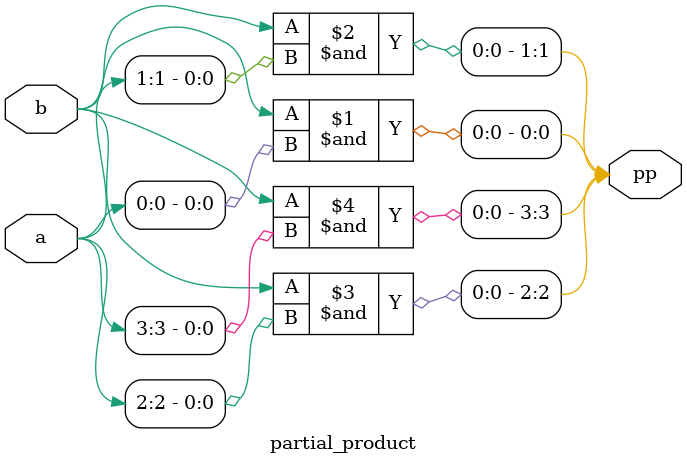
<source format=v>
`timescale 1ns / 1ps

module partial_product(
    input b,
    input [3:0]a,
    output [3:0]pp
    );
    
    assign pp[0] = b & a[0];
    assign pp[1] = b & a[1];
    assign pp[2] = b & a[2];
    assign pp[3] = b & a[3];
endmodule

</source>
